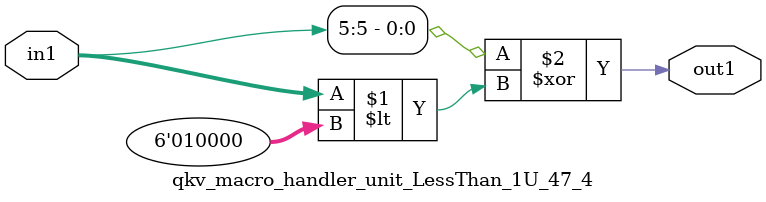
<source format=v>

`timescale 1ps / 1ps


module qkv_macro_handler_unit_LessThan_1U_47_4( in1, out1 );

    input [5:0] in1;
    output out1;

    
    // rtl_process:qkv_macro_handler_unit_LessThan_1U_47_4/qkv_macro_handler_unit_LessThan_1U_47_4_thread_1
    assign out1 = (in1[5] ^ in1 < 6'd16);

endmodule


</source>
